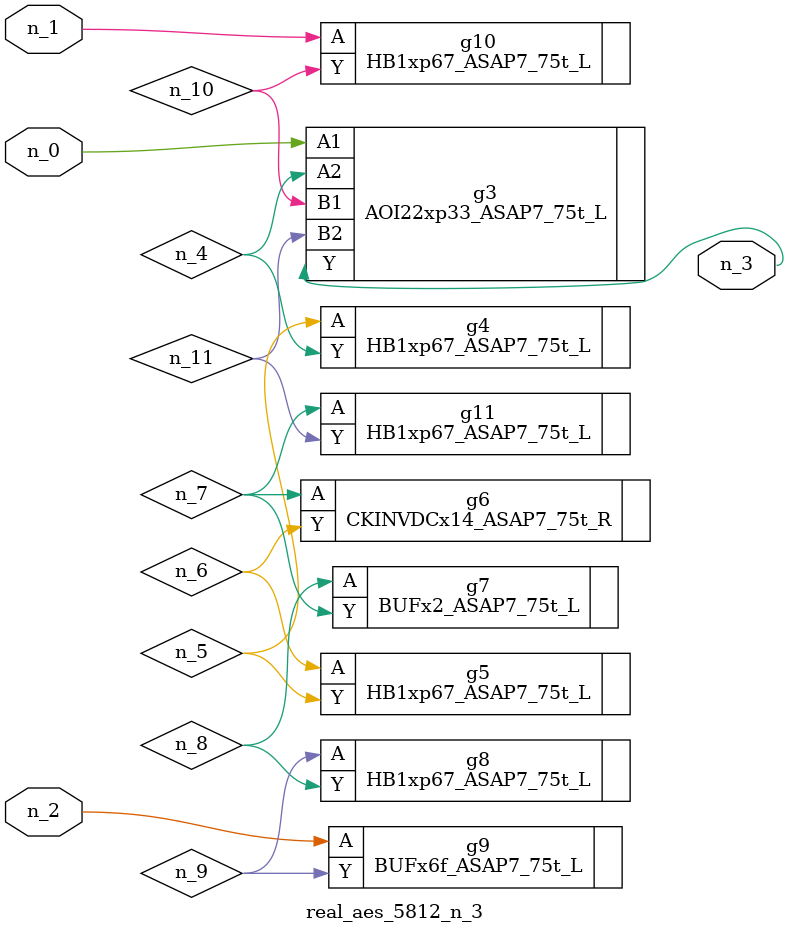
<source format=v>
module real_aes_5812_n_3 (n_0, n_2, n_1, n_3);
input n_0;
input n_2;
input n_1;
output n_3;
wire n_4;
wire n_5;
wire n_7;
wire n_8;
wire n_6;
wire n_9;
wire n_10;
wire n_11;
AOI22xp33_ASAP7_75t_L g3 ( .A1(n_0), .A2(n_4), .B1(n_10), .B2(n_11), .Y(n_3) );
HB1xp67_ASAP7_75t_L g10 ( .A(n_1), .Y(n_10) );
BUFx6f_ASAP7_75t_L g9 ( .A(n_2), .Y(n_9) );
HB1xp67_ASAP7_75t_L g4 ( .A(n_5), .Y(n_4) );
HB1xp67_ASAP7_75t_L g5 ( .A(n_6), .Y(n_5) );
CKINVDCx14_ASAP7_75t_R g6 ( .A(n_7), .Y(n_6) );
HB1xp67_ASAP7_75t_L g11 ( .A(n_7), .Y(n_11) );
BUFx2_ASAP7_75t_L g7 ( .A(n_8), .Y(n_7) );
HB1xp67_ASAP7_75t_L g8 ( .A(n_9), .Y(n_8) );
endmodule
</source>
